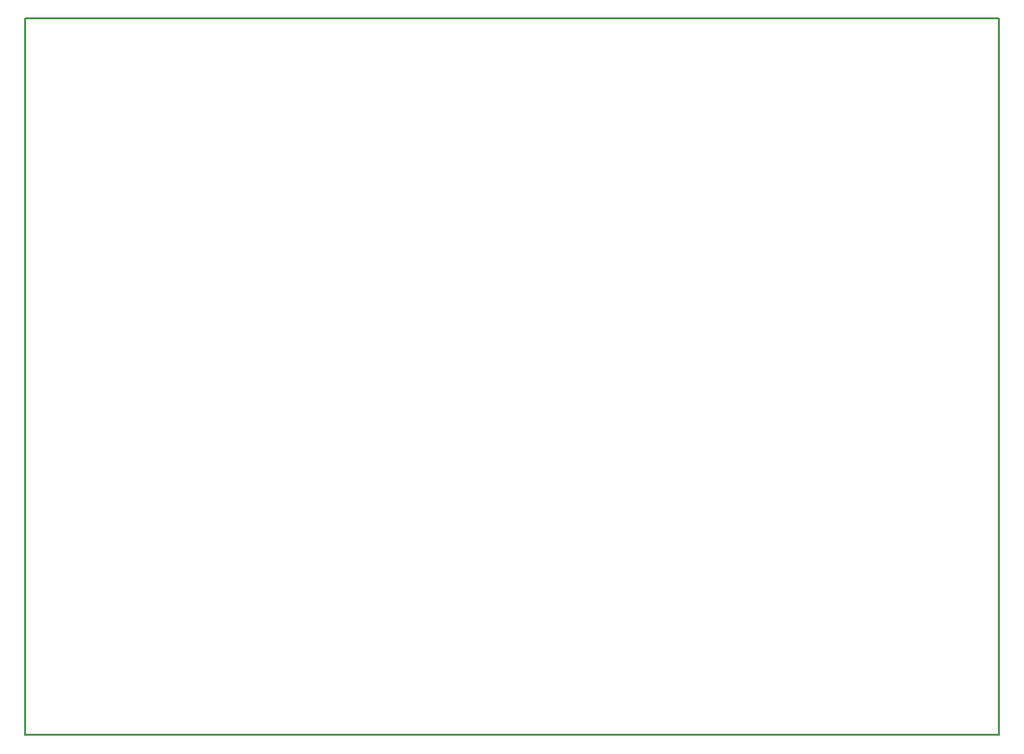
<source format=gbo>
G04 MADE WITH FRITZING*
G04 WWW.FRITZING.ORG*
G04 DOUBLE SIDED*
G04 HOLES PLATED*
G04 CONTOUR ON CENTER OF CONTOUR VECTOR*
%ASAXBY*%
%FSLAX23Y23*%
%MOIN*%
%OFA0B0*%
%SFA1.0B1.0*%
%ADD10R,3.369690X2.483560X3.353690X2.467560*%
%ADD11C,0.008000*%
%LNSILK0*%
G90*
G70*
G54D11*
X4Y2480D02*
X3366Y2480D01*
X3366Y4D01*
X4Y4D01*
X4Y2480D01*
D02*
G04 End of Silk0*
M02*
</source>
